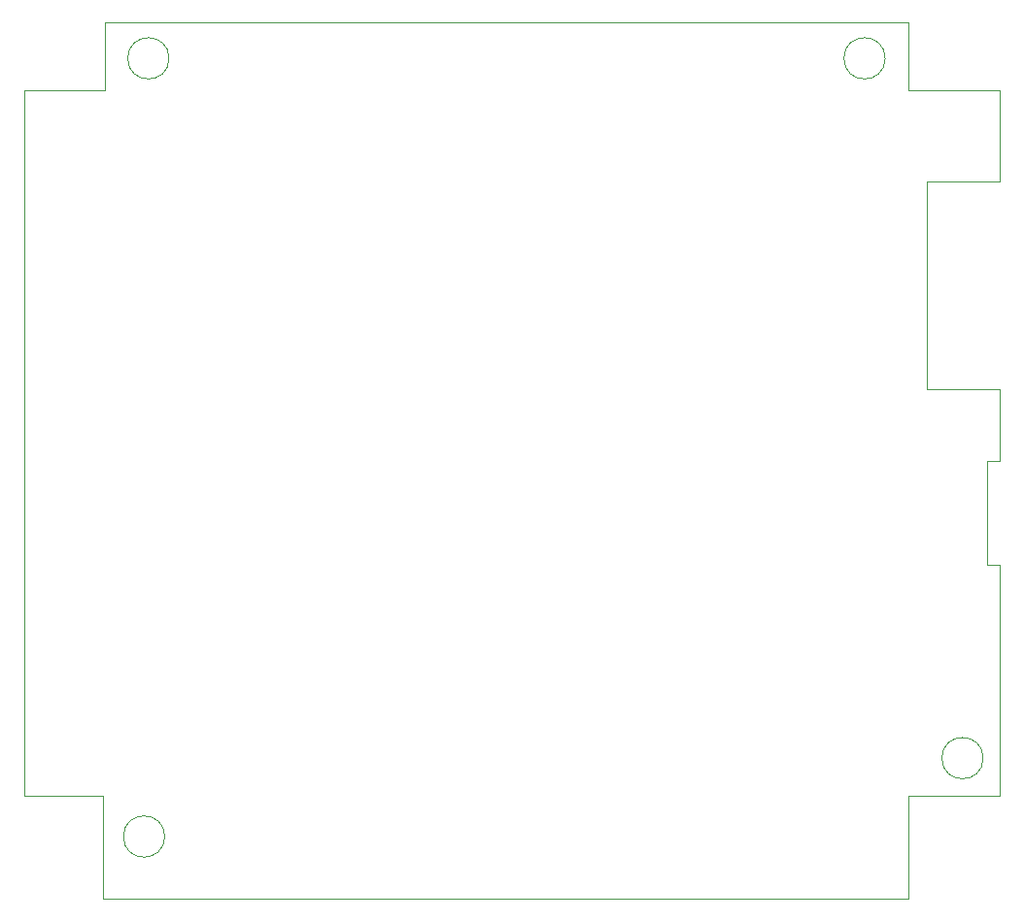
<source format=gbr>
%TF.GenerationSoftware,KiCad,Pcbnew,9.0.2*%
%TF.CreationDate,2025-08-19T14:52:08+02:00*%
%TF.ProjectId,Option1,4f707469-6f6e-4312-9e6b-696361645f70,rev?*%
%TF.SameCoordinates,Original*%
%TF.FileFunction,Profile,NP*%
%FSLAX46Y46*%
G04 Gerber Fmt 4.6, Leading zero omitted, Abs format (unit mm)*
G04 Created by KiCad (PCBNEW 9.0.2) date 2025-08-19 14:52:08*
%MOMM*%
%LPD*%
G01*
G04 APERTURE LIST*
%TA.AperFunction,Profile*%
%ADD10C,0.050000*%
%TD*%
%TA.AperFunction,Profile*%
%ADD11C,0.100000*%
%TD*%
G04 APERTURE END LIST*
D10*
X179540000Y-57920000D02*
X179540000Y-75930000D01*
X177940000Y-49970000D02*
X177940000Y-43970000D01*
X107820000Y-113470000D02*
X107820000Y-111500000D01*
X185940000Y-82270000D02*
X184860000Y-82270000D01*
X184860000Y-82270000D02*
X184860000Y-91330000D01*
X185940000Y-57920000D02*
X179540000Y-57920000D01*
X179540000Y-75930000D02*
X179540000Y-76050000D01*
D11*
X175950000Y-47150000D02*
G75*
G02*
X172350000Y-47150000I-1800000J0D01*
G01*
X172350000Y-47150000D02*
G75*
G02*
X175950000Y-47150000I1800000J0D01*
G01*
D10*
X100960000Y-111500000D02*
X107820000Y-111500000D01*
X107950000Y-49970000D02*
X107950000Y-43970000D01*
D11*
X113160000Y-115040000D02*
G75*
G02*
X109560000Y-115040000I-1800000J0D01*
G01*
X109560000Y-115040000D02*
G75*
G02*
X113160000Y-115040000I1800000J0D01*
G01*
D10*
X100960000Y-111500000D02*
X100960000Y-49970000D01*
X107820000Y-117970000D02*
X107820000Y-120470000D01*
X185940000Y-111500000D02*
X185940000Y-91330000D01*
X177940000Y-43970000D02*
X107950000Y-43970000D01*
X179540000Y-76050000D02*
X185940000Y-76050000D01*
X177940000Y-117970000D02*
X177940000Y-120470000D01*
D11*
X113540000Y-47150000D02*
G75*
G02*
X109940000Y-47150000I-1800000J0D01*
G01*
X109940000Y-47150000D02*
G75*
G02*
X113540000Y-47150000I1800000J0D01*
G01*
D10*
X177940000Y-111500000D02*
X177940000Y-113470000D01*
X177940000Y-113470000D02*
X177940000Y-117970000D01*
D11*
X184490000Y-108200000D02*
G75*
G02*
X180890000Y-108200000I-1800000J0D01*
G01*
X180890000Y-108200000D02*
G75*
G02*
X184490000Y-108200000I1800000J0D01*
G01*
D10*
X185940000Y-91330000D02*
X184860000Y-91330000D01*
X105950000Y-49970000D02*
X100960000Y-49970000D01*
X107820000Y-120470000D02*
X177940000Y-120470000D01*
X185940000Y-49970000D02*
X177940000Y-49970000D01*
X105950000Y-49970000D02*
X107950000Y-49970000D01*
X177940000Y-111500000D02*
X185940000Y-111500000D01*
X185940000Y-76050000D02*
X185940000Y-82270000D01*
X107820000Y-113470000D02*
X107820000Y-117970000D01*
X185940000Y-49970000D02*
X185940000Y-57920000D01*
M02*

</source>
